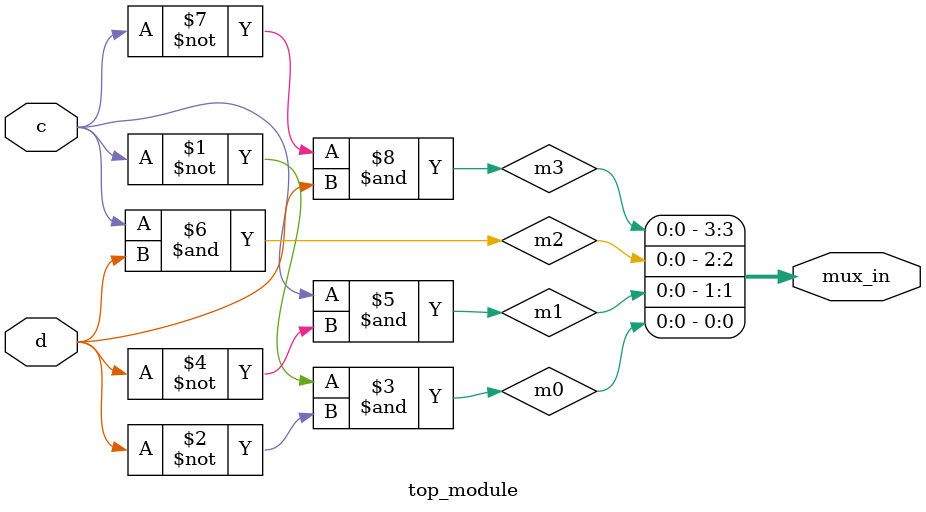
<source format=sv>
module top_module (
  input c,
  input d,
  output [3:0] mux_in
);

// Define internal signals
wire m0, m1, m2, m3, m4, m5, m6, m7;

// Implement the logic for each output of the K-map
assign m0 = ~c & ~d;
assign m1 = c & ~d;
assign m2 = c & d;
assign m3 = ~c & d;
assign m4 = ~c & ~d;
assign m5 = c & ~d;
assign m6 = c & d;
assign m7 = c & d;

// Connect the outputs to the multiplexer inputs
assign mux_in[0] = m0;
assign mux_in[1] = m1;
assign mux_in[2] = m2;
assign mux_in[3] = m3;
endmodule

</source>
